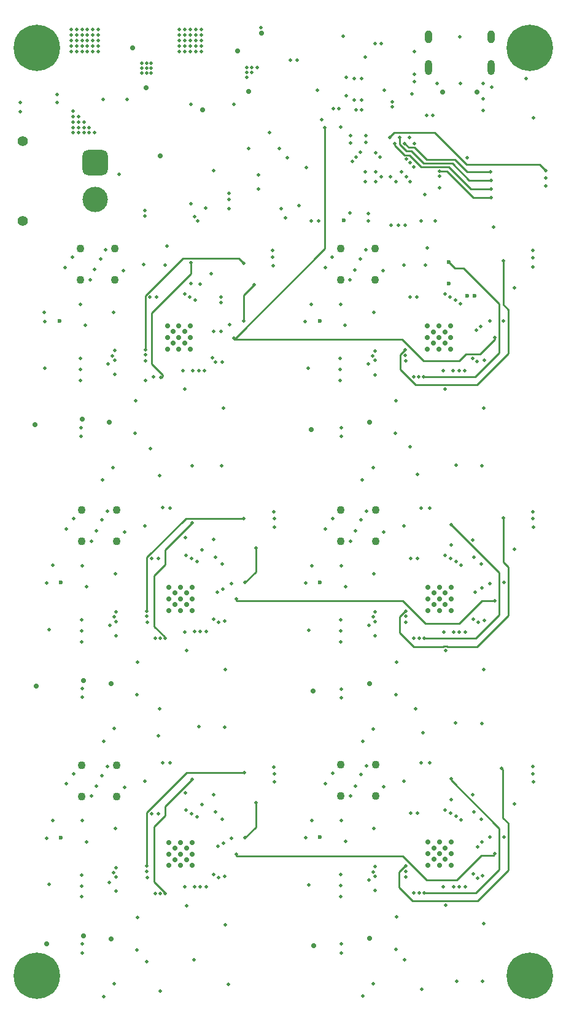
<source format=gbr>
%TF.GenerationSoftware,KiCad,Pcbnew,9.0.0*%
%TF.CreationDate,2025-05-05T23:42:48+04:00*%
%TF.ProjectId,Dumpling_Main,44756d70-6c69-46e6-975f-4d61696e2e6b,rev?*%
%TF.SameCoordinates,Original*%
%TF.FileFunction,Copper,L5,Inr*%
%TF.FilePolarity,Positive*%
%FSLAX46Y46*%
G04 Gerber Fmt 4.6, Leading zero omitted, Abs format (unit mm)*
G04 Created by KiCad (PCBNEW 9.0.0) date 2025-05-05 23:42:48*
%MOMM*%
%LPD*%
G01*
G04 APERTURE LIST*
G04 Aperture macros list*
%AMRoundRect*
0 Rectangle with rounded corners*
0 $1 Rounding radius*
0 $2 $3 $4 $5 $6 $7 $8 $9 X,Y pos of 4 corners*
0 Add a 4 corners polygon primitive as box body*
4,1,4,$2,$3,$4,$5,$6,$7,$8,$9,$2,$3,0*
0 Add four circle primitives for the rounded corners*
1,1,$1+$1,$2,$3*
1,1,$1+$1,$4,$5*
1,1,$1+$1,$6,$7*
1,1,$1+$1,$8,$9*
0 Add four rect primitives between the rounded corners*
20,1,$1+$1,$2,$3,$4,$5,0*
20,1,$1+$1,$4,$5,$6,$7,0*
20,1,$1+$1,$6,$7,$8,$9,0*
20,1,$1+$1,$8,$9,$2,$3,0*%
G04 Aperture macros list end*
%TA.AperFunction,ComponentPad*%
%ADD10C,0.800000*%
%TD*%
%TA.AperFunction,ComponentPad*%
%ADD11C,6.400000*%
%TD*%
%TA.AperFunction,ComponentPad*%
%ADD12O,1.000000X2.100000*%
%TD*%
%TA.AperFunction,ComponentPad*%
%ADD13O,1.000000X1.800000*%
%TD*%
%TA.AperFunction,ComponentPad*%
%ADD14C,1.400000*%
%TD*%
%TA.AperFunction,ComponentPad*%
%ADD15RoundRect,0.770000X0.980000X-0.980000X0.980000X0.980000X-0.980000X0.980000X-0.980000X-0.980000X0*%
%TD*%
%TA.AperFunction,ComponentPad*%
%ADD16C,3.500000*%
%TD*%
%TA.AperFunction,ComponentPad*%
%ADD17C,1.100000*%
%TD*%
%TA.AperFunction,HeatsinkPad*%
%ADD18C,1.100000*%
%TD*%
%TA.AperFunction,ViaPad*%
%ADD19C,0.500000*%
%TD*%
%TA.AperFunction,ViaPad*%
%ADD20C,0.600000*%
%TD*%
%TA.AperFunction,ViaPad*%
%ADD21C,0.700000*%
%TD*%
%TA.AperFunction,Conductor*%
%ADD22C,0.250000*%
%TD*%
G04 APERTURE END LIST*
D10*
%TO.N,N/C*%
%TO.C,H3*%
X99400000Y-176000000D03*
X98697056Y-177697056D03*
X98697056Y-174302944D03*
X97000000Y-178400000D03*
D11*
X97000000Y-176000000D03*
D10*
X97000000Y-173600000D03*
X95302944Y-177697056D03*
X95302944Y-174302944D03*
X94600000Y-176000000D03*
%TD*%
%TO.N,N/C*%
%TO.C,H1*%
X94600000Y-48000000D03*
X95302944Y-46302944D03*
X95302944Y-49697056D03*
X97000000Y-45600000D03*
D11*
X97000000Y-48000000D03*
D10*
X97000000Y-50400000D03*
X98697056Y-46302944D03*
X98697056Y-49697056D03*
X99400000Y-48000000D03*
%TD*%
%TO.N,N/C*%
%TO.C,H2*%
X162600000Y-176000000D03*
X163302944Y-174302944D03*
X163302944Y-177697056D03*
X165000000Y-173600000D03*
D11*
X165000000Y-176000000D03*
D10*
X165000000Y-178400000D03*
X166697056Y-174302944D03*
X166697056Y-177697056D03*
X167400000Y-176000000D03*
%TD*%
%TO.N,N/C*%
%TO.C,H4*%
X162600000Y-48000000D03*
X163302944Y-46302944D03*
X163302944Y-49697056D03*
X165000000Y-45600000D03*
D11*
X165000000Y-48000000D03*
D10*
X165000000Y-50400000D03*
X166697056Y-46302944D03*
X166697056Y-49697056D03*
X167400000Y-48000000D03*
%TD*%
D12*
%TO.N,GND*%
%TO.C,J3*%
X159670000Y-50740000D03*
D13*
X159670000Y-46540000D03*
D12*
X151030000Y-50740000D03*
D13*
X151030000Y-46540000D03*
%TD*%
D14*
%TO.N,*%
%TO.C,J4*%
X95075000Y-71900000D03*
X95075000Y-60900000D03*
D15*
%TO.N,GND*%
X105075000Y-63900000D03*
D16*
%TO.N,Net-(J4-P)*%
X105075000Y-68900000D03*
%TD*%
D17*
%TO.N,GND*%
%TO.C,J8*%
X103005500Y-75719500D03*
X103005500Y-80019500D03*
X107805500Y-75719500D03*
X107805500Y-80019500D03*
%TD*%
%TO.N,GND*%
%TO.C,J11*%
X103229352Y-111777298D03*
X103229352Y-116077298D03*
X108029352Y-111777298D03*
X108029352Y-116077298D03*
%TD*%
%TO.N,GND*%
%TO.C,J14*%
X138949170Y-111787845D03*
X138949170Y-116087845D03*
X143749170Y-111787845D03*
X143749170Y-116087845D03*
%TD*%
%TO.N,GND*%
%TO.C,J17*%
X103229352Y-146977298D03*
X103229352Y-151277298D03*
X108029352Y-146977298D03*
X108029352Y-151277298D03*
%TD*%
%TO.N,GND*%
%TO.C,J20*%
X138949170Y-146934422D03*
X138949170Y-151234422D03*
X143749170Y-146934422D03*
X143749170Y-151234422D03*
%TD*%
D18*
%TO.N,GND*%
%TO.C,J23*%
X138891670Y-75730048D03*
X138891670Y-80030048D03*
X143691670Y-75730048D03*
X143691670Y-80030048D03*
%TD*%
D19*
%TO.N,GND*%
X122625000Y-91400000D03*
%TO.N,+3V3*%
X121625000Y-91400000D03*
X104750000Y-48500000D03*
X134943670Y-154596039D03*
X121623852Y-153457798D03*
X110874852Y-132771707D03*
X113124127Y-93425873D03*
X103250000Y-45500000D03*
X141934761Y-107636957D03*
X140200000Y-70800000D03*
X147943670Y-127268345D03*
X104750000Y-46250000D03*
X117500000Y-150800000D03*
X112848852Y-153682798D03*
X110600000Y-101200000D03*
X154793670Y-141200000D03*
X157900000Y-127300000D03*
X103250000Y-46250000D03*
X167250000Y-66000000D03*
X134943670Y-119449462D03*
X104000000Y-46250000D03*
X112625000Y-82425000D03*
X104000000Y-45500000D03*
X165461170Y-78250000D03*
X146543670Y-172414922D03*
X106272443Y-143684207D03*
X143543670Y-155714922D03*
X101750000Y-46250000D03*
X129518413Y-75956587D03*
X120300000Y-70160000D03*
X129798852Y-114107798D03*
X149686156Y-93436421D03*
X127600000Y-67525000D03*
X104000000Y-47750000D03*
X104750000Y-45500000D03*
X157700000Y-91300000D03*
X134886170Y-83391665D03*
X110874852Y-167971707D03*
X101750000Y-47000000D03*
X157343670Y-153414922D03*
X107823852Y-120557798D03*
X146543670Y-137268345D03*
X129575000Y-78050000D03*
X103250000Y-47750000D03*
X146486170Y-101210548D03*
X112000000Y-91200000D03*
X105500000Y-45500000D03*
X150750000Y-57375000D03*
X147886170Y-91210548D03*
X129742265Y-147214385D03*
X149100000Y-51690000D03*
X148511170Y-82435548D03*
X102500000Y-48500000D03*
X118297500Y-69525000D03*
X112223852Y-127257798D03*
X101750000Y-48500000D03*
X110823852Y-137257798D03*
D20*
X156400000Y-82250000D03*
D19*
X150550000Y-68275000D03*
X106272443Y-178884207D03*
X101750000Y-45500000D03*
D20*
X153850000Y-80500000D03*
D19*
X149743656Y-164640795D03*
X110823852Y-172457798D03*
X156400000Y-63200000D03*
X122100000Y-162500000D03*
X103250000Y-48500000D03*
X98000000Y-84500000D03*
X105500000Y-46250000D03*
X107600000Y-84500000D03*
X102500000Y-47750000D03*
X157800000Y-162600000D03*
X144970000Y-53900000D03*
X145900000Y-72500000D03*
X143486170Y-84510548D03*
X104000000Y-48500000D03*
X114023838Y-164683671D03*
X148568670Y-118493345D03*
X111950000Y-71200003D03*
X157343670Y-118268345D03*
X107823852Y-155757798D03*
X143543670Y-120568345D03*
X165462083Y-112024932D03*
X114023838Y-129483671D03*
X101750000Y-47750000D03*
X158575000Y-55075000D03*
X118700000Y-173800000D03*
X165461170Y-76000000D03*
X147943670Y-162414922D03*
X106048591Y-107626409D03*
X149743656Y-129494218D03*
X154193670Y-151739922D03*
X105500000Y-48500000D03*
X99223852Y-154638915D03*
X165518670Y-149264922D03*
X150000000Y-71900000D03*
X146594670Y-132782254D03*
X104750000Y-47750000D03*
X129742265Y-112014385D03*
X104750000Y-47000000D03*
X141055243Y-56568407D03*
X105500000Y-47750000D03*
X138950000Y-58955000D03*
X165462083Y-147171509D03*
X112848852Y-118482798D03*
X104000000Y-47000000D03*
X102500000Y-45500000D03*
X148568670Y-153639922D03*
X142750000Y-70900000D03*
X102500000Y-46250000D03*
X122400000Y-82400000D03*
X117500000Y-115600000D03*
X105500000Y-47000000D03*
X129798852Y-149307798D03*
X129100000Y-59700000D03*
X102500000Y-47000000D03*
X146537170Y-96724457D03*
X118250000Y-80525000D03*
X110651000Y-96713909D03*
X165518670Y-114118345D03*
X112223852Y-162457798D03*
X103250000Y-47000000D03*
X146594670Y-167928831D03*
X99223852Y-119438915D03*
X141992261Y-178841331D03*
X121623852Y-118257798D03*
X154193670Y-116593345D03*
X141992261Y-143694754D03*
X154931095Y-176818905D03*
X121374936Y-64950064D03*
X122100000Y-127300000D03*
%TO.N,SDIO_D7*%
X159650000Y-68700000D03*
X152600000Y-65050000D03*
%TO.N,IMU_INT*%
X147968506Y-63378321D03*
X149100000Y-52710000D03*
%TO.N,I2C3_SCL*%
X144509880Y-47446707D03*
X148500000Y-63900000D03*
%TO.N,Net-(U26-EN)*%
X118300000Y-55850000D03*
X124180000Y-55839000D03*
%TO.N,Net-(U25-EN)*%
X109499000Y-55169000D03*
X106150000Y-55150000D03*
D21*
%TO.N,Net-(U26-SW)*%
X126261000Y-54070000D03*
X124680000Y-48489000D03*
%TO.N,Net-(U25-SW)*%
X112050000Y-53569000D03*
X110250000Y-48019000D03*
D19*
%TO.N,USART_RX*%
X138650000Y-56400000D03*
X141650000Y-62450000D03*
%TO.N,I2C3_SDA*%
X143696733Y-47446680D03*
X149038654Y-64442168D03*
%TO.N,USART_TX*%
X141075000Y-63100000D03*
X137900000Y-56400000D03*
%TO.N,co6_SPI1_MOSI*%
X161462083Y-156946509D03*
X162918670Y-152364922D03*
%TO.N,SPI2_NSS6*%
X134500000Y-163500000D03*
X143750000Y-62463174D03*
X155518670Y-154514922D03*
%TO.N,co5_SPI1_MOSI*%
X125742265Y-156989385D03*
X127211352Y-152200000D03*
%TO.N,SPI2_NSS5*%
X98700000Y-163457798D03*
X144500000Y-65800000D03*
X119798852Y-152400000D03*
%TO.N,co2_SPI1_MOSI*%
X161404583Y-85742135D03*
X162861170Y-81160548D03*
%TO.N,co4_SPI1_MOSI*%
X161462083Y-121799932D03*
X162918670Y-117218345D03*
%TO.N,SPI2_NSS4*%
X134500000Y-128400000D03*
X152600000Y-65750003D03*
X155518670Y-119368345D03*
%TO.N,SPI2_NSS2*%
X152600000Y-67350000D03*
X134400000Y-92210548D03*
X155461170Y-83310548D03*
%TO.N,co1_SPI1_MOSI*%
X125518413Y-85731587D03*
X126975000Y-80700000D03*
%TO.N,co3_SPI1_MOSI*%
X127211352Y-117000000D03*
X125742265Y-121789385D03*
%TO.N,SPI2_NSS3*%
X134850000Y-71900000D03*
X119798852Y-117300000D03*
X98700000Y-128300000D03*
%TO.N,SPI2_NSS1*%
X135850000Y-71900000D03*
X98100000Y-92200000D03*
X119500000Y-80600000D03*
%TO.N,SPI2_SCK*%
X119098852Y-154107798D03*
X154818670Y-154064922D03*
X148536826Y-66463174D03*
X119098852Y-118907798D03*
X154818670Y-118918345D03*
X118875000Y-82850000D03*
X154761170Y-82860548D03*
%TO.N,SPI2_MISO*%
X118125000Y-82400000D03*
X154068670Y-118468345D03*
X118348852Y-153657798D03*
X154011170Y-82410548D03*
X147950000Y-65800000D03*
X118348852Y-118457798D03*
X154068670Y-153614922D03*
%TO.N,SPI2_MOSI*%
X117623852Y-153207798D03*
X153343670Y-153164922D03*
X153343670Y-118018345D03*
X147350000Y-65150000D03*
X117623852Y-118007798D03*
X117400000Y-81950000D03*
X153286170Y-81960548D03*
%TO.N,SPI1_NSS*%
X123550000Y-68100000D03*
X142300000Y-65150000D03*
%TO.N,SPI1_SCK*%
X142300000Y-66475000D03*
X130750000Y-70200000D03*
%TO.N,SPI1_MISO*%
X143750000Y-65150000D03*
X123550000Y-68925000D03*
%TO.N,SPI1_MOSI*%
X131350000Y-71450000D03*
X143750000Y-66450000D03*
%TO.N,co6_FLASH_WP*%
X150443658Y-164639855D03*
X154150000Y-148850000D03*
%TO.N,co6_FLASH_HOLD*%
X161100000Y-147400000D03*
X147910127Y-160871173D03*
%TO.N,co5_FLASH_WP*%
X114723840Y-164682731D03*
X118450000Y-148950000D03*
%TO.N,co5_FLASH_HOLD*%
X112190309Y-160914049D03*
X125600000Y-148000000D03*
%TO.N,co4_FLASH_WP*%
X154172610Y-113776947D03*
X150443658Y-129493278D03*
%TO.N,co4_FLASH_HOLD*%
X147910127Y-125724596D03*
X161350000Y-112850000D03*
%TO.N,co3_FLASH_WP*%
X114723840Y-129482731D03*
X118450000Y-113550000D03*
%TO.N,co3_FLASH_HOLD*%
X125550000Y-112950000D03*
X112190309Y-125714049D03*
%TO.N,co2_FLASH_WP*%
X150386158Y-93435481D03*
D20*
X153850000Y-77600000D03*
D19*
%TO.N,co2_FLASH_HOLD*%
X147852627Y-89666799D03*
X161350000Y-77400000D03*
%TO.N,Trigger*%
X160213083Y-159200000D03*
X136750000Y-59000000D03*
X124525000Y-159300000D03*
X124200000Y-88050000D03*
X124500000Y-124050000D03*
X160144087Y-88019087D03*
X160212083Y-124273440D03*
%TO.N,I2C2_SCL*%
X122400000Y-87125000D03*
X122700000Y-122700000D03*
X158225000Y-86425000D03*
X158400000Y-157600000D03*
X146885000Y-72485000D03*
X158400000Y-122500000D03*
X122773852Y-157750000D03*
%TO.N,I2C2_SDA*%
X147800000Y-72500000D03*
X147861170Y-90410548D03*
X147918670Y-161614922D03*
X111975000Y-90400000D03*
X112198852Y-126457798D03*
X112198852Y-161657798D03*
X147918670Y-126468345D03*
%TO.N,I2C1_SCL*%
X119187500Y-71900000D03*
%TO.N,I2C1_SDA*%
X118750000Y-71325000D03*
%TO.N,co1_FLASH_WP*%
X114100000Y-93450000D03*
X118250000Y-77650000D03*
%TO.N,co1_FLASH_HOLD*%
X125550000Y-77750000D03*
X111966457Y-89656251D03*
%TO.N,buzzer*%
X131550000Y-63150000D03*
X140306587Y-61106587D03*
%TO.N,Net-(SW1-B)*%
X139700000Y-52090000D03*
X158575000Y-56675000D03*
%TO.N,BOOT0*%
X139700000Y-54615000D03*
X142400000Y-60150000D03*
%TO.N,VBAT*%
X108375000Y-65425000D03*
%TO.N,co6_gpio1*%
X143693670Y-162364922D03*
X154493670Y-163739922D03*
%TO.N,co6_pwr_cyc*%
X157800000Y-158300000D03*
X142793670Y-162814922D03*
%TO.N,co6_gpio2*%
X143400000Y-161714922D03*
X155293670Y-163739922D03*
%TO.N,co6_gpio4*%
X139617575Y-157514922D03*
X157200000Y-162021017D03*
%TO.N,co6_gpio3*%
X156099765Y-163739922D03*
X143693670Y-161000000D03*
%TO.N,co6_USB_D-_ESD*%
X141749170Y-148300000D03*
X140939170Y-149844422D03*
X151200000Y-146700000D03*
%TO.N,co5_gpio2*%
X107623852Y-161801581D03*
X119573852Y-163782798D03*
%TO.N,co5_gpio4*%
X121400000Y-162063893D03*
X103897757Y-157557798D03*
%TO.N,co5_pwr_cyc*%
X107050000Y-163150000D03*
X122000000Y-158200000D03*
%TO.N,co5_gpio3*%
X107981926Y-161112344D03*
X120379947Y-163782798D03*
%TO.N,co5_gpio1*%
X118773852Y-163782798D03*
X107973852Y-162407798D03*
%TO.N,co5_USB_D-_ESD*%
X105219352Y-149887298D03*
X115400000Y-146700000D03*
X106021477Y-148407875D03*
%TO.N,co4_gpio4*%
X157200000Y-126874440D03*
X139617575Y-122368345D03*
%TO.N,co4_pwr_cyc*%
X142793670Y-127668345D03*
X157500000Y-123100000D03*
%TO.N,co4_gpio1*%
X154493670Y-128593345D03*
X143693670Y-127218345D03*
%TO.N,co4_gpio2*%
X143400000Y-126500000D03*
X155293670Y-128593345D03*
%TO.N,co4_gpio3*%
X156099765Y-128593345D03*
X143693670Y-125800000D03*
%TO.N,co4_USB_D-_ESD*%
X151200000Y-111500000D03*
X141749170Y-113100000D03*
X140939170Y-114697845D03*
%TO.N,co3_gpio4*%
X121400000Y-126863893D03*
X103897757Y-122357798D03*
%TO.N,co3_gpio2*%
X107700000Y-126500000D03*
X119573852Y-128582798D03*
%TO.N,co3_pwr_cyc*%
X121900000Y-123100000D03*
X107073852Y-127657798D03*
%TO.N,co3_gpio3*%
X120379947Y-128582798D03*
X107973852Y-125807798D03*
%TO.N,co3_gpio1*%
X118773852Y-128582798D03*
X107973852Y-127207798D03*
%TO.N,co3_USB_D-_ESD*%
X105219352Y-114687298D03*
X115400000Y-111500000D03*
X106029352Y-113100000D03*
%TO.N,co2_gpio2*%
X155236170Y-92535548D03*
X143300000Y-90510548D03*
%TO.N,co2_gpio3*%
X143636170Y-89860548D03*
X156042265Y-92535548D03*
%TO.N,co2_pwr_cyc*%
X157600000Y-87000000D03*
X142736170Y-91610548D03*
%TO.N,co2_gpio1*%
X143637517Y-91160480D03*
X154436170Y-92535548D03*
%TO.N,co2_gpio4*%
X139560075Y-86310548D03*
X157100000Y-90825000D03*
%TO.N,co1_USB_D-_ESD*%
X115000000Y-75400000D03*
X104995500Y-78629500D03*
X105785500Y-77109500D03*
%TO.N,co1_gpio4*%
X103673905Y-86300000D03*
X121200000Y-90806095D03*
%TO.N,co1_pwr_cyc*%
X106850000Y-91600000D03*
X121375000Y-87100000D03*
%TO.N,co1_gpio3*%
X107750000Y-89750000D03*
X120156095Y-92525000D03*
%TO.N,co1_gpio2*%
X107400000Y-90500000D03*
X119350000Y-92525000D03*
%TO.N,co1_gpio1*%
X107750000Y-91150000D03*
X118550000Y-92525000D03*
%TO.N,co2_USB_D-_ESD*%
X150886170Y-75600000D03*
X141671670Y-77120048D03*
X140881670Y-78640048D03*
%TO.N,SDIO_CMD*%
X167250000Y-64950000D03*
X145720924Y-60350000D03*
%TO.N,SDIO_CLK*%
X159650000Y-67500000D03*
X146400000Y-61200000D03*
%TO.N,SDIO_D2*%
X147750000Y-61200000D03*
X159625000Y-65125000D03*
%TO.N,SDIO_D3*%
X147070924Y-60350000D03*
X159650000Y-66300000D03*
%TO.N,SWCLK*%
X99850000Y-55600000D03*
X148420924Y-60350000D03*
%TO.N,SWDIO*%
X149100000Y-61200000D03*
X99850000Y-54475000D03*
%TO.N,co6_RGB_LED*%
X159543670Y-156900000D03*
D20*
X136075765Y-156938922D03*
%TO.N,co5_RGB_LED*%
X100355947Y-156981798D03*
D19*
X123823852Y-157100000D03*
%TO.N,co4_RGB_LED*%
X159543670Y-121900000D03*
D20*
X136075765Y-121792345D03*
D19*
%TO.N,co3_RGB_LED*%
X123823852Y-121900000D03*
D20*
X100355947Y-121781798D03*
%TO.N,co2_RGB_LED*%
X136018265Y-85734548D03*
D19*
X159487731Y-85700000D03*
%TO.N,co1_RGB_LED*%
X123600000Y-86200000D03*
D20*
X100132095Y-85724000D03*
D19*
%TO.N,RGB_LED*%
X140297250Y-60127520D03*
X130425000Y-61900000D03*
%TO.N,VBUS*%
X147623670Y-77960548D03*
X104579352Y-151257798D03*
X142443670Y-147114922D03*
X140299170Y-151214922D03*
X104579352Y-116057798D03*
X142443670Y-111968345D03*
X106723852Y-147157798D03*
X140299170Y-116068345D03*
X111961352Y-149207798D03*
X142386170Y-75910548D03*
X104355500Y-80000000D03*
X106723852Y-111957798D03*
X111961352Y-114007798D03*
D21*
X152950000Y-54137500D03*
X157750000Y-54137500D03*
X114050000Y-62937500D03*
D19*
X147681170Y-149164922D03*
X140241670Y-80010548D03*
X106500000Y-75900000D03*
X147681170Y-114018345D03*
X111737500Y-77950000D03*
%TO.N,co6_NRST*%
X147700000Y-173839221D03*
X146000000Y-55462834D03*
X153082252Y-163782252D03*
%TO.N,co5_NRST*%
X112200000Y-174100000D03*
X117398852Y-163788711D03*
X146000000Y-56162837D03*
%TO.N,co4_NRST*%
X144380913Y-63094087D03*
X153118670Y-128599258D03*
X149300000Y-139231655D03*
%TO.N,co3_NRST*%
X146550000Y-66450000D03*
X117398852Y-128588711D03*
X113950000Y-139200000D03*
%TO.N,co2_NRST*%
X145800000Y-65800000D03*
X148500000Y-103100000D03*
X153061170Y-92541461D03*
D21*
%TO.N,+5V*%
X142943670Y-170914922D03*
D19*
X117450000Y-47750000D03*
X159750000Y-53475000D03*
X119700000Y-47750000D03*
D21*
X119900000Y-56600000D03*
D19*
X119700000Y-45500000D03*
X116700000Y-47750000D03*
X116700000Y-47000000D03*
D21*
X96750000Y-100000000D03*
D19*
X117450000Y-46250000D03*
X117450000Y-47000000D03*
X118950000Y-46250000D03*
X119700000Y-47000000D03*
X117450000Y-45500000D03*
D21*
X107223852Y-135757798D03*
D19*
X118950000Y-48500000D03*
X118950000Y-45500000D03*
X118200000Y-47000000D03*
X118200000Y-48500000D03*
D21*
X127980000Y-45979500D03*
D19*
X116700000Y-45500000D03*
X118200000Y-46250000D03*
X116700000Y-46250000D03*
X119700000Y-48500000D03*
X127950000Y-45249982D03*
X118200000Y-45500000D03*
D21*
X107223852Y-170957798D03*
X98350000Y-171600000D03*
D19*
X118200000Y-47750000D03*
D21*
X142943670Y-135768345D03*
D19*
X116700000Y-48500000D03*
D21*
X142886170Y-99710548D03*
D19*
X117450000Y-48500000D03*
X139250000Y-46450000D03*
X118950000Y-47000000D03*
D21*
X107000000Y-99700000D03*
X96950000Y-136100000D03*
D19*
X119700000Y-46250000D03*
X118950000Y-47750000D03*
%TO.N,VIN*%
X102000000Y-59750000D03*
X105000000Y-59750000D03*
D21*
X134877190Y-100722810D03*
D19*
X102750000Y-59000000D03*
D21*
X103473852Y-135307798D03*
D19*
X104250000Y-59000000D03*
X102000000Y-57500000D03*
X104250000Y-59750000D03*
X102750000Y-57500000D03*
D21*
X103473852Y-170507798D03*
D19*
X103500000Y-58250000D03*
X103500000Y-59750000D03*
X102000000Y-56750000D03*
X102000000Y-58250000D03*
D21*
X103250000Y-99250000D03*
D19*
X102750000Y-59750000D03*
X103500000Y-59000000D03*
D21*
X135077190Y-136722810D03*
D19*
X102750000Y-58250000D03*
D21*
X135177190Y-171922810D03*
D19*
X102000000Y-59000000D03*
%TO.N,co1_NRST*%
X112700000Y-103300000D03*
X142750000Y-71900000D03*
X117175000Y-92530913D03*
D21*
%TO.N,GND*%
X150962575Y-157596017D03*
X115018905Y-86381095D03*
X150962575Y-122449440D03*
D19*
X121423852Y-151082798D03*
D21*
X153305075Y-87191643D03*
X153362575Y-123249440D03*
D19*
X127455000Y-50704500D03*
X158700000Y-127000000D03*
D21*
X153362575Y-159996017D03*
D19*
X109148852Y-150007798D03*
X138993670Y-119468345D03*
X157143670Y-151039922D03*
X149492261Y-118494754D03*
D21*
X115242757Y-125638893D03*
D19*
X107723852Y-177157798D03*
D21*
X152562575Y-122449440D03*
X150905075Y-89591643D03*
D20*
X139340000Y-71787500D03*
D19*
X107723852Y-141957798D03*
X138993670Y-154614922D03*
X139000000Y-101600000D03*
D21*
X154162575Y-122449440D03*
X154105075Y-89591643D03*
D19*
X153311170Y-95135548D03*
D21*
X150905075Y-87991643D03*
X154162575Y-160796017D03*
D19*
X111500000Y-50159500D03*
X138943670Y-165114922D03*
X138880075Y-90904453D03*
X137786170Y-76910548D03*
X129525000Y-76930000D03*
X134036170Y-85810548D03*
X98150000Y-85800000D03*
D21*
X118442757Y-122438893D03*
X117642757Y-123238893D03*
X152562575Y-160796017D03*
X152562575Y-157596017D03*
X151762575Y-124849440D03*
D19*
X159975000Y-72775000D03*
D21*
X118442757Y-124038893D03*
D19*
X117648852Y-131182798D03*
X103273852Y-119457798D03*
X109148852Y-114807798D03*
X138937575Y-162108827D03*
X98373852Y-121857798D03*
X103323852Y-171657798D03*
X165512500Y-57687500D03*
X144868670Y-114818345D03*
X122623852Y-154457798D03*
D21*
X154105075Y-87991643D03*
D19*
X158343670Y-154414922D03*
X103223852Y-129957798D03*
X158525000Y-162200000D03*
X150653907Y-77970995D03*
X114750000Y-78000000D03*
X122900000Y-127100000D03*
X126680000Y-50704500D03*
D21*
X154162575Y-159196017D03*
D19*
X138886170Y-93910548D03*
D21*
X116842757Y-125638893D03*
X151762575Y-159996017D03*
D19*
X103217757Y-126951703D03*
X122973852Y-133782798D03*
X117648852Y-166382798D03*
X101900000Y-76900000D03*
D21*
X116842757Y-160838893D03*
D19*
X112800000Y-51459500D03*
D21*
X152505075Y-86391643D03*
D19*
X139043670Y-171614922D03*
D21*
X151762575Y-123249440D03*
D19*
X125955000Y-50704500D03*
X125955000Y-52079500D03*
X142300000Y-49300000D03*
D21*
X116842757Y-124038893D03*
D19*
X113772443Y-153684207D03*
X167250000Y-67050000D03*
X149075000Y-48500000D03*
X101123852Y-114382798D03*
X103223852Y-163657798D03*
X113772443Y-118484207D03*
D21*
X153362575Y-124849440D03*
X115242757Y-160838893D03*
X154162575Y-157596017D03*
D19*
X149043655Y-129500000D03*
D21*
X115018905Y-87981095D03*
D19*
X155350000Y-46540000D03*
D21*
X116842757Y-122438893D03*
D19*
X113548591Y-82426409D03*
X136843670Y-149539922D03*
X114006095Y-178143905D03*
X165468670Y-112998345D03*
X133195000Y-69800000D03*
X148986170Y-93431530D03*
X103217757Y-162151703D03*
X136843670Y-114393345D03*
X123406095Y-177193905D03*
D21*
X154162575Y-124049440D03*
X152505075Y-87991643D03*
D19*
X153368670Y-166339922D03*
X101123852Y-149582798D03*
X158693670Y-133793345D03*
X121423852Y-115882798D03*
D21*
X117642757Y-124838893D03*
D19*
X122973852Y-168982798D03*
D21*
X154162575Y-125649440D03*
X151762575Y-158396017D03*
X115242757Y-159238893D03*
D19*
X107973852Y-164357798D03*
X102993905Y-90893905D03*
X150056170Y-111493345D03*
X132930000Y-49755000D03*
D21*
X117642757Y-160038893D03*
D19*
X153368670Y-131193345D03*
D20*
X157400000Y-82250000D03*
D19*
X103125000Y-101650000D03*
D21*
X116618905Y-87981095D03*
D19*
X143693670Y-164314922D03*
D21*
X116842757Y-159238893D03*
D19*
X165468670Y-148144922D03*
D21*
X117642757Y-158438893D03*
D19*
X103000000Y-92400000D03*
X139043670Y-136468345D03*
D21*
X151705075Y-88791643D03*
D19*
X113323852Y-164678780D03*
D21*
X115242757Y-122438893D03*
D19*
X125955000Y-51379500D03*
X139050000Y-137725000D03*
X103273852Y-154657798D03*
D21*
X154105075Y-86391643D03*
X117418905Y-88781095D03*
D19*
X155400000Y-52900000D03*
X143386170Y-105910548D03*
D21*
X152562575Y-159196017D03*
D19*
X122925000Y-162300000D03*
X143443670Y-141968345D03*
X117425000Y-95125000D03*
X134155000Y-64550000D03*
X138943670Y-163614922D03*
X103223852Y-128457798D03*
X103000000Y-93900000D03*
X113323852Y-129478780D03*
X122623852Y-119257798D03*
D21*
X116042757Y-158438893D03*
D19*
X111975000Y-93950000D03*
X151650000Y-57375000D03*
X152200000Y-52900000D03*
X150100000Y-177900000D03*
X94700000Y-56870000D03*
X137843670Y-148114922D03*
D21*
X150962575Y-124049440D03*
X150962575Y-159196017D03*
D19*
X126680000Y-51379500D03*
X144868670Y-149964922D03*
X121100000Y-79200000D03*
X129748852Y-112987798D03*
X129748852Y-148187798D03*
X144811170Y-78760548D03*
X137843670Y-112968345D03*
X157143670Y-115893345D03*
X114336352Y-111482798D03*
X112150000Y-50159500D03*
X138936170Y-83410548D03*
X111500000Y-50809500D03*
X135750000Y-53900000D03*
X151950000Y-71900000D03*
D21*
X118218905Y-87981095D03*
D19*
X114336352Y-146682798D03*
D21*
X118442757Y-157638893D03*
D19*
X158631170Y-168877422D03*
X141800000Y-52300000D03*
X158506095Y-176843905D03*
X112150000Y-51459500D03*
X148775000Y-54375000D03*
X138937575Y-126962250D03*
X150056170Y-146639922D03*
X140525000Y-63700000D03*
D21*
X115818905Y-88781095D03*
X152562575Y-125649440D03*
D19*
X103323852Y-136457798D03*
D21*
X153362575Y-158396017D03*
X115242757Y-124038893D03*
D19*
X138886170Y-92410548D03*
X103050000Y-83400000D03*
D21*
X116842757Y-157638893D03*
X118442757Y-125638893D03*
D19*
X112800000Y-50809500D03*
D21*
X115818905Y-87181095D03*
D19*
X136275000Y-57965000D03*
D21*
X118218905Y-89581095D03*
D19*
X139043670Y-172900000D03*
D21*
X116618905Y-86381095D03*
X116618905Y-89581095D03*
D19*
X112150000Y-50809500D03*
X141825000Y-56600000D03*
X143693670Y-129168345D03*
X126225000Y-61875000D03*
X138943670Y-129968345D03*
X149434761Y-82436957D03*
D21*
X150962575Y-160796017D03*
X115242757Y-157638893D03*
D19*
X149492261Y-153641331D03*
D21*
X118442757Y-160838893D03*
D19*
X112800000Y-50159500D03*
X107750000Y-93100000D03*
X158636170Y-97735548D03*
X149511170Y-106843905D03*
X122400000Y-83200000D03*
D21*
X116042757Y-124838893D03*
D19*
X149043670Y-164635904D03*
X111950000Y-70450000D03*
D21*
X116042757Y-160038893D03*
D19*
X158368670Y-141225000D03*
X122750000Y-97725000D03*
X138943670Y-128468345D03*
X143636170Y-93110548D03*
X103223852Y-165157798D03*
X138986170Y-100410548D03*
X134093670Y-157014922D03*
D21*
X115018905Y-89581095D03*
D19*
X123550000Y-70201000D03*
X136786170Y-78335548D03*
D21*
X116042757Y-123238893D03*
X153305075Y-88791643D03*
D19*
X107973852Y-129157798D03*
X150268670Y-142525000D03*
X103100000Y-100400000D03*
X143443670Y-177114922D03*
X158700000Y-91120000D03*
D21*
X152562575Y-124049440D03*
D19*
X158575000Y-52900000D03*
D21*
X150962575Y-125649440D03*
X152505075Y-89591643D03*
D19*
X108925000Y-78750000D03*
X103325000Y-172925000D03*
X100900000Y-78325000D03*
D21*
X117418905Y-87181095D03*
D19*
X102123852Y-148157798D03*
X103325000Y-137625000D03*
X127597500Y-65520000D03*
D21*
X151705075Y-87191643D03*
X118218905Y-86381095D03*
D19*
X98373852Y-157057798D03*
X107500000Y-105900000D03*
X158343670Y-119268345D03*
X165461170Y-77000000D03*
X111500000Y-51459500D03*
X134093670Y-121868345D03*
X102123852Y-112957798D03*
X164500000Y-52225000D03*
D21*
X118442757Y-159238893D03*
X150905075Y-86391643D03*
D19*
%TO.N,NRST*%
X94700000Y-55600000D03*
X131970000Y-49755000D03*
X142400000Y-61100000D03*
%TO.N,I2C1_SDA*%
X140800000Y-55200000D03*
%TO.N,I2C1_SCL*%
X141800000Y-55187500D03*
%TO.N,+3V3*%
X154831095Y-105618905D03*
%TO.N,GND*%
X158406095Y-105643905D03*
%TO.N,+3V3*%
X119331095Y-141697596D03*
%TO.N,GND*%
X113806095Y-142943905D03*
X122906095Y-141722596D03*
X113925000Y-106996309D03*
X122500000Y-105700000D03*
%TO.N,+3V3*%
X118450000Y-105671309D03*
X140800000Y-52300000D03*
%TD*%
D22*
%TO.N,SDIO_D7*%
X153600000Y-65050000D02*
X152600000Y-65050000D01*
X157250000Y-68700000D02*
X153600000Y-65050000D01*
X159650000Y-68700000D02*
X157250000Y-68700000D01*
%TO.N,co5_SPI1_MOSI*%
X125742265Y-156989385D02*
X127211352Y-155520298D01*
X127211352Y-155520298D02*
X127211352Y-152200000D01*
%TO.N,co1_SPI1_MOSI*%
X125518413Y-82181587D02*
X125518413Y-85731587D01*
X126975000Y-80725000D02*
X125518413Y-82181587D01*
%TO.N,co3_SPI1_MOSI*%
X125742265Y-121789385D02*
X127211352Y-120320298D01*
X127211352Y-120320298D02*
X127211352Y-117000000D01*
%TO.N,co6_FLASH_WP*%
X160788083Y-161380097D02*
X157528325Y-164639855D01*
X157528325Y-164639855D02*
X150443658Y-164639855D01*
X154150000Y-149050000D02*
X160788083Y-155688083D01*
X154150000Y-148850000D02*
X154150000Y-149050000D01*
X160788083Y-155688083D02*
X160788083Y-161380097D01*
%TO.N,co6_FLASH_HOLD*%
X161300000Y-147600000D02*
X161300000Y-154250000D01*
X162038083Y-161511917D02*
X157850000Y-165700000D01*
X148870419Y-165700000D02*
X147000000Y-163829581D01*
X161300000Y-154250000D02*
X162038083Y-154988083D01*
X147847831Y-160871173D02*
X147910127Y-160871173D01*
X162038083Y-154988083D02*
X162038083Y-161511917D01*
X157850000Y-165700000D02*
X148870419Y-165700000D01*
X147000000Y-163829581D02*
X147000000Y-161719004D01*
X147000000Y-161719004D02*
X147847831Y-160871173D01*
X161100000Y-147400000D02*
X161300000Y-147600000D01*
%TO.N,co5_FLASH_WP*%
X113200000Y-155500000D02*
X113200000Y-163045245D01*
X114750000Y-152650000D02*
X114750000Y-153950000D01*
X118450000Y-148950000D02*
X114750000Y-152650000D01*
X114723840Y-164569085D02*
X114723840Y-164682731D01*
X114750000Y-153950000D02*
X113200000Y-155500000D01*
X113200000Y-163045245D02*
X114723840Y-164569085D01*
%TO.N,co5_FLASH_HOLD*%
X125600000Y-148000000D02*
X117717062Y-148000000D01*
X117717062Y-148000000D02*
X112190309Y-153526753D01*
X112190309Y-153526753D02*
X112190309Y-160914049D01*
%TO.N,co4_FLASH_WP*%
X154172610Y-113776947D02*
X160788083Y-120392420D01*
X160788083Y-126233520D02*
X157528325Y-129493278D01*
X160788083Y-120392420D02*
X160788083Y-126233520D01*
X157528325Y-129493278D02*
X150443658Y-129493278D01*
%TO.N,co4_FLASH_HOLD*%
X162038083Y-119688083D02*
X162038083Y-126311917D01*
X153097427Y-130650000D02*
X149000000Y-130650000D01*
X162038083Y-126311917D02*
X157700000Y-130650000D01*
X153130082Y-130617345D02*
X153097427Y-130650000D01*
X147847831Y-125724596D02*
X147910127Y-125724596D01*
X147050000Y-126522427D02*
X147847831Y-125724596D01*
X161350000Y-119000000D02*
X162038083Y-119688083D01*
X147050000Y-128700000D02*
X147050000Y-126522427D01*
X149000000Y-130650000D02*
X147050000Y-128700000D01*
X153607258Y-130617345D02*
X153130082Y-130617345D01*
X161350000Y-112850000D02*
X161350000Y-119000000D01*
X153639913Y-130650000D02*
X153607258Y-130617345D01*
X157700000Y-130650000D02*
X153639913Y-130650000D01*
%TO.N,co3_FLASH_WP*%
X118450000Y-113550000D02*
X118450000Y-113602335D01*
X118450000Y-113550000D02*
X114700000Y-117300000D01*
X114599838Y-129358729D02*
X114723840Y-129482731D01*
X113200000Y-127845245D02*
X114599838Y-129245083D01*
X114599838Y-129245083D02*
X114599838Y-129358729D01*
X113200000Y-120850000D02*
X113200000Y-127845245D01*
X114700000Y-119350000D02*
X113200000Y-120850000D01*
X114700000Y-117300000D02*
X114700000Y-119350000D01*
%TO.N,co3_FLASH_HOLD*%
X117567062Y-112950000D02*
X112190309Y-118326753D01*
X125550000Y-112950000D02*
X117567062Y-112950000D01*
X112190309Y-118326753D02*
X112190309Y-125714049D01*
%TO.N,co2_FLASH_WP*%
X153850000Y-77600000D02*
X154700000Y-78450000D01*
X157470825Y-93435481D02*
X150386158Y-93435481D01*
X160800000Y-83350000D02*
X160800000Y-90106306D01*
X154700000Y-78450000D02*
X155900000Y-78450000D01*
X155900000Y-78450000D02*
X160800000Y-83350000D01*
X160800000Y-90106306D02*
X157470825Y-93435481D01*
%TO.N,co2_FLASH_HOLD*%
X161350000Y-77400000D02*
X161350000Y-83450000D01*
X149240052Y-94500000D02*
X147100000Y-92359948D01*
X147100000Y-92359948D02*
X147100000Y-90357130D01*
X147100000Y-90357130D02*
X147790331Y-89666799D01*
X162050000Y-84150000D02*
X162050000Y-90150000D01*
X161350000Y-83450000D02*
X162050000Y-84150000D01*
X162050000Y-90150000D02*
X157700000Y-94500000D01*
X147790331Y-89666799D02*
X147852627Y-89666799D01*
X157700000Y-94500000D02*
X149240052Y-94500000D01*
%TO.N,Trigger*%
X124200000Y-88050000D02*
X124423508Y-88050000D01*
X158426560Y-124273440D02*
X160212083Y-124273440D01*
X150650000Y-127450000D02*
X155250000Y-127450000D01*
X124423508Y-88050000D02*
X136750000Y-75723508D01*
X124500000Y-124050000D02*
X124500000Y-124270628D01*
X159993066Y-159420017D02*
X158279983Y-159420017D01*
X147500000Y-124300000D02*
X150650000Y-127450000D01*
X124529372Y-124300000D02*
X147500000Y-124300000D01*
X147400000Y-88250000D02*
X124313318Y-88250000D01*
X147450000Y-159500000D02*
X124529372Y-159500000D01*
X124500000Y-124270628D02*
X124529372Y-124300000D01*
X160144087Y-88226139D02*
X158120226Y-90250000D01*
X160213083Y-159200000D02*
X159993066Y-159420017D01*
X155250000Y-127450000D02*
X158426560Y-124273440D01*
X158279983Y-159420017D02*
X154900000Y-162800000D01*
X155250000Y-91200000D02*
X150350000Y-91200000D01*
X150350000Y-91200000D02*
X147400000Y-88250000D01*
X124529372Y-159500000D02*
X124525000Y-159495628D01*
X156200000Y-90250000D02*
X155250000Y-91200000D01*
X154900000Y-162800000D02*
X150750000Y-162800000D01*
X136750000Y-75723508D02*
X136750000Y-59000000D01*
X124313318Y-88250000D02*
X124200000Y-88136682D01*
X124525000Y-159495628D02*
X124525000Y-159300000D01*
X160144087Y-88019087D02*
X160144087Y-88226139D01*
X158120226Y-90250000D02*
X156200000Y-90250000D01*
X150750000Y-162800000D02*
X147450000Y-159500000D01*
X124200000Y-88136682D02*
X124200000Y-88050000D01*
%TO.N,co1_FLASH_WP*%
X118250000Y-79200000D02*
X118250000Y-77650000D01*
X114375986Y-93187285D02*
X112850000Y-91661299D01*
X114226917Y-93450000D02*
X114375986Y-93300931D01*
X112850000Y-84600000D02*
X118250000Y-79200000D01*
X114100000Y-93450000D02*
X114226917Y-93450000D01*
X112850000Y-91661299D02*
X112850000Y-84600000D01*
X114375986Y-93300931D02*
X114375986Y-93187285D01*
%TO.N,co1_FLASH_HOLD*%
X125550000Y-77750000D02*
X124874000Y-77074000D01*
X111972708Y-89650000D02*
X111966457Y-89656251D01*
X117161412Y-77074000D02*
X111966457Y-82268955D01*
X124874000Y-77074000D02*
X117161412Y-77074000D01*
X111966457Y-82268955D02*
X111966457Y-89656251D01*
%TO.N,SDIO_CMD*%
X166400000Y-64100000D02*
X167250000Y-64950000D01*
X151900000Y-59750000D02*
X156250000Y-64100000D01*
X156250000Y-64100000D02*
X166400000Y-64100000D01*
X146300000Y-59750000D02*
X151900000Y-59750000D01*
X145720924Y-60329076D02*
X146300000Y-59750000D01*
X145720924Y-60350000D02*
X145720924Y-60329076D01*
%TO.N,SDIO_CLK*%
X147700000Y-62800000D02*
X146400000Y-61500000D01*
X148400000Y-62800000D02*
X147700000Y-62800000D01*
X153850000Y-64450000D02*
X150050000Y-64450000D01*
X150050000Y-64450000D02*
X148400000Y-62800000D01*
X156900000Y-67500000D02*
X153850000Y-64450000D01*
X159650000Y-67500000D02*
X156900000Y-67500000D01*
X146400000Y-61500000D02*
X146400000Y-61200000D01*
%TO.N,SDIO_D2*%
X159625000Y-65125000D02*
X156375000Y-65125000D01*
X149076000Y-61776000D02*
X148326000Y-61776000D01*
X148326000Y-61776000D02*
X147750000Y-61200000D01*
X156375000Y-65125000D02*
X154700000Y-63450000D01*
X154700000Y-63450000D02*
X150750000Y-63450000D01*
X150750000Y-63450000D02*
X149076000Y-61776000D01*
%TO.N,SDIO_D3*%
X147950000Y-62250000D02*
X148700000Y-62250000D01*
X148700000Y-62250000D02*
X150400000Y-63950000D01*
X154300000Y-63950000D02*
X156650000Y-66300000D01*
X147050000Y-60463174D02*
X147050000Y-61350000D01*
X147100000Y-60413174D02*
X147050000Y-60463174D01*
X147050000Y-61350000D02*
X147950000Y-62250000D01*
X156650000Y-66300000D02*
X159650000Y-66300000D01*
X150400000Y-63950000D02*
X154300000Y-63950000D01*
%TD*%
M02*

</source>
